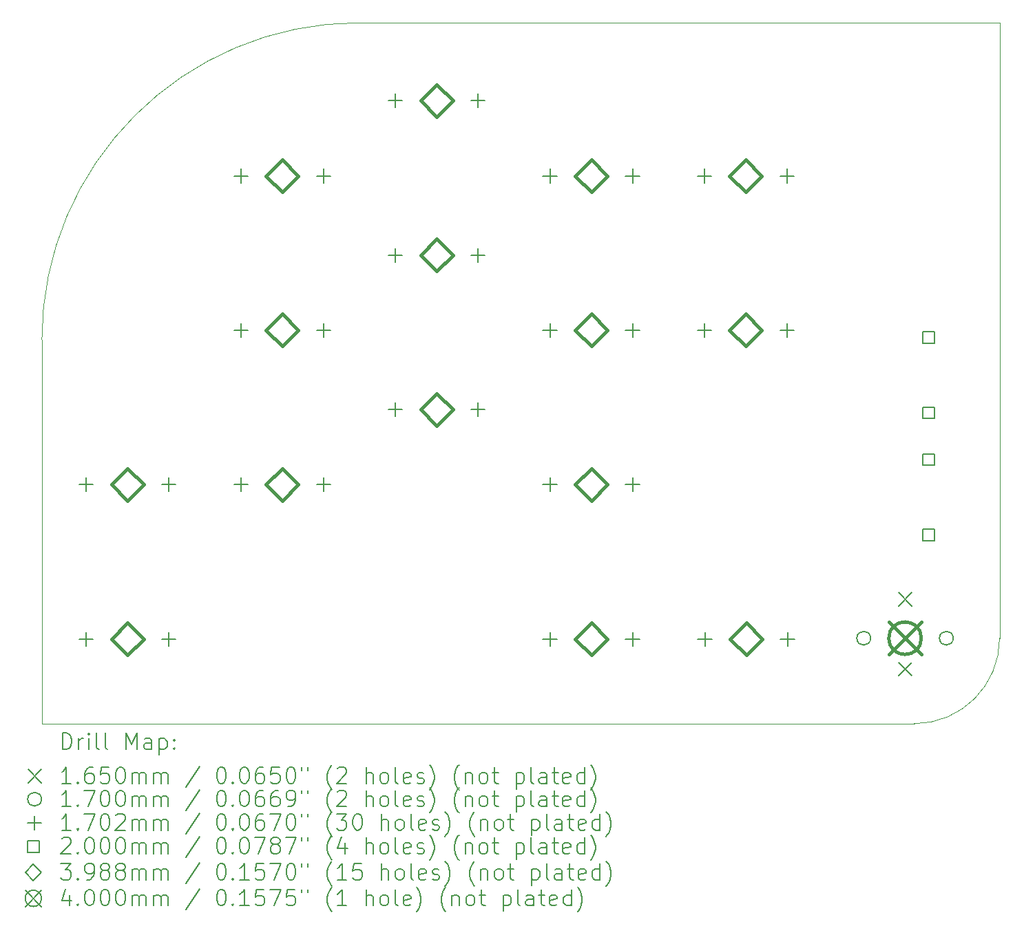
<source format=gbr>
%TF.GenerationSoftware,KiCad,Pcbnew,(6.0.8)*%
%TF.CreationDate,2023-05-18T22:36:22+10:00*%
%TF.ProjectId,shingleback,7368696e-676c-4656-9261-636b2e6b6963,rev?*%
%TF.SameCoordinates,Original*%
%TF.FileFunction,Drillmap*%
%TF.FilePolarity,Positive*%
%FSLAX45Y45*%
G04 Gerber Fmt 4.5, Leading zero omitted, Abs format (unit mm)*
G04 Created by KiCad (PCBNEW (6.0.8)) date 2023-05-18 22:36:22*
%MOMM*%
%LPD*%
G01*
G04 APERTURE LIST*
%ADD10C,0.100000*%
%ADD11C,0.200000*%
%ADD12C,0.165000*%
%ADD13C,0.170000*%
%ADD14C,0.170180*%
%ADD15C,0.398780*%
%ADD16C,0.400000*%
G04 APERTURE END LIST*
D10*
X17975000Y-11050000D02*
G75*
G03*
X19025000Y-10000000I0J1050000D01*
G01*
X7250000Y-11050000D02*
X17975000Y-11050000D01*
X19025000Y-2425000D02*
X11150000Y-2425000D01*
X7250000Y-6325000D02*
X7250000Y-11050000D01*
X19025000Y-10000000D02*
X19025000Y-2425000D01*
X11150000Y-2425000D02*
G75*
G03*
X7250000Y-6325000I0J-3900000D01*
G01*
D11*
D12*
X17779841Y-9437500D02*
X17944841Y-9602500D01*
X17944841Y-9437500D02*
X17779841Y-9602500D01*
X17779841Y-10297500D02*
X17944841Y-10462500D01*
X17944841Y-10297500D02*
X17779841Y-10462500D01*
D13*
X17439341Y-9998000D02*
G75*
G03*
X17439341Y-9998000I-85000J0D01*
G01*
X18455341Y-9998000D02*
G75*
G03*
X18455341Y-9998000I-85000J0D01*
G01*
D14*
X7796000Y-8022910D02*
X7796000Y-8193090D01*
X7710910Y-8108000D02*
X7881090Y-8108000D01*
X7796000Y-9922910D02*
X7796000Y-10093090D01*
X7710910Y-10008000D02*
X7881090Y-10008000D01*
X8812000Y-8022910D02*
X8812000Y-8193090D01*
X8726910Y-8108000D02*
X8897090Y-8108000D01*
X8812000Y-9922910D02*
X8812000Y-10093090D01*
X8726910Y-10008000D02*
X8897090Y-10008000D01*
X9696000Y-4222910D02*
X9696000Y-4393090D01*
X9610910Y-4308000D02*
X9781090Y-4308000D01*
X9696000Y-6122910D02*
X9696000Y-6293090D01*
X9610910Y-6208000D02*
X9781090Y-6208000D01*
X9696000Y-8022910D02*
X9696000Y-8193090D01*
X9610910Y-8108000D02*
X9781090Y-8108000D01*
X10712000Y-4222910D02*
X10712000Y-4393090D01*
X10626910Y-4308000D02*
X10797090Y-4308000D01*
X10712000Y-6122910D02*
X10712000Y-6293090D01*
X10626910Y-6208000D02*
X10797090Y-6208000D01*
X10712000Y-8022910D02*
X10712000Y-8193090D01*
X10626910Y-8108000D02*
X10797090Y-8108000D01*
X11596000Y-3297910D02*
X11596000Y-3468090D01*
X11510910Y-3383000D02*
X11681090Y-3383000D01*
X11596000Y-5197910D02*
X11596000Y-5368090D01*
X11510910Y-5283000D02*
X11681090Y-5283000D01*
X11596000Y-7097910D02*
X11596000Y-7268090D01*
X11510910Y-7183000D02*
X11681090Y-7183000D01*
X12612000Y-3297910D02*
X12612000Y-3468090D01*
X12526910Y-3383000D02*
X12697090Y-3383000D01*
X12612000Y-5197910D02*
X12612000Y-5368090D01*
X12526910Y-5283000D02*
X12697090Y-5283000D01*
X12612000Y-7097910D02*
X12612000Y-7268090D01*
X12526910Y-7183000D02*
X12697090Y-7183000D01*
X13496000Y-4222910D02*
X13496000Y-4393090D01*
X13410910Y-4308000D02*
X13581090Y-4308000D01*
X13496000Y-6122910D02*
X13496000Y-6293090D01*
X13410910Y-6208000D02*
X13581090Y-6208000D01*
X13496000Y-8022910D02*
X13496000Y-8193090D01*
X13410910Y-8108000D02*
X13581090Y-8108000D01*
X13496000Y-9922910D02*
X13496000Y-10093090D01*
X13410910Y-10008000D02*
X13581090Y-10008000D01*
X14512000Y-4222910D02*
X14512000Y-4393090D01*
X14426910Y-4308000D02*
X14597090Y-4308000D01*
X14512000Y-6122910D02*
X14512000Y-6293090D01*
X14426910Y-6208000D02*
X14597090Y-6208000D01*
X14512000Y-8022910D02*
X14512000Y-8193090D01*
X14426910Y-8108000D02*
X14597090Y-8108000D01*
X14512000Y-9922910D02*
X14512000Y-10093090D01*
X14426910Y-10008000D02*
X14597090Y-10008000D01*
X15396000Y-4222910D02*
X15396000Y-4393090D01*
X15310910Y-4308000D02*
X15481090Y-4308000D01*
X15396000Y-6122910D02*
X15396000Y-6293090D01*
X15310910Y-6208000D02*
X15481090Y-6208000D01*
X15401000Y-9921882D02*
X15401000Y-10092062D01*
X15315910Y-10006972D02*
X15486090Y-10006972D01*
X16412000Y-4222910D02*
X16412000Y-4393090D01*
X16326910Y-4308000D02*
X16497090Y-4308000D01*
X16412000Y-6122910D02*
X16412000Y-6293090D01*
X16326910Y-6208000D02*
X16497090Y-6208000D01*
X16417000Y-9921882D02*
X16417000Y-10092062D01*
X16331910Y-10006972D02*
X16502090Y-10006972D01*
D11*
X18220711Y-6370711D02*
X18220711Y-6229289D01*
X18079289Y-6229289D01*
X18079289Y-6370711D01*
X18220711Y-6370711D01*
X18220711Y-7295711D02*
X18220711Y-7154289D01*
X18079289Y-7154289D01*
X18079289Y-7295711D01*
X18220711Y-7295711D01*
X18220711Y-7870711D02*
X18220711Y-7729289D01*
X18079289Y-7729289D01*
X18079289Y-7870711D01*
X18220711Y-7870711D01*
X18220711Y-8795711D02*
X18220711Y-8654289D01*
X18079289Y-8654289D01*
X18079289Y-8795711D01*
X18220711Y-8795711D01*
D15*
X8304000Y-8307390D02*
X8503390Y-8108000D01*
X8304000Y-7908610D01*
X8104610Y-8108000D01*
X8304000Y-8307390D01*
X8304000Y-10207390D02*
X8503390Y-10008000D01*
X8304000Y-9808610D01*
X8104610Y-10008000D01*
X8304000Y-10207390D01*
X10204000Y-4507390D02*
X10403390Y-4308000D01*
X10204000Y-4108610D01*
X10004610Y-4308000D01*
X10204000Y-4507390D01*
X10204000Y-6407390D02*
X10403390Y-6208000D01*
X10204000Y-6008610D01*
X10004610Y-6208000D01*
X10204000Y-6407390D01*
X10204000Y-8307390D02*
X10403390Y-8108000D01*
X10204000Y-7908610D01*
X10004610Y-8108000D01*
X10204000Y-8307390D01*
X12104000Y-3582390D02*
X12303390Y-3383000D01*
X12104000Y-3183610D01*
X11904610Y-3383000D01*
X12104000Y-3582390D01*
X12104000Y-5482390D02*
X12303390Y-5283000D01*
X12104000Y-5083610D01*
X11904610Y-5283000D01*
X12104000Y-5482390D01*
X12104000Y-7382390D02*
X12303390Y-7183000D01*
X12104000Y-6983610D01*
X11904610Y-7183000D01*
X12104000Y-7382390D01*
X14004000Y-4507390D02*
X14203390Y-4308000D01*
X14004000Y-4108610D01*
X13804610Y-4308000D01*
X14004000Y-4507390D01*
X14004000Y-6407390D02*
X14203390Y-6208000D01*
X14004000Y-6008610D01*
X13804610Y-6208000D01*
X14004000Y-6407390D01*
X14004000Y-8307390D02*
X14203390Y-8108000D01*
X14004000Y-7908610D01*
X13804610Y-8108000D01*
X14004000Y-8307390D01*
X14004000Y-10207390D02*
X14203390Y-10008000D01*
X14004000Y-9808610D01*
X13804610Y-10008000D01*
X14004000Y-10207390D01*
X15904000Y-4507390D02*
X16103390Y-4308000D01*
X15904000Y-4108610D01*
X15704610Y-4308000D01*
X15904000Y-4507390D01*
X15904000Y-6407390D02*
X16103390Y-6208000D01*
X15904000Y-6008610D01*
X15704610Y-6208000D01*
X15904000Y-6407390D01*
X15909000Y-10206362D02*
X16108390Y-10006972D01*
X15909000Y-9807582D01*
X15709610Y-10006972D01*
X15909000Y-10206362D01*
D16*
X17662341Y-9798000D02*
X18062341Y-10198000D01*
X18062341Y-9798000D02*
X17662341Y-10198000D01*
X18062341Y-9998000D02*
G75*
G03*
X18062341Y-9998000I-200000J0D01*
G01*
D11*
X7502619Y-11365476D02*
X7502619Y-11165476D01*
X7550238Y-11165476D01*
X7578809Y-11175000D01*
X7597857Y-11194048D01*
X7607381Y-11213095D01*
X7616905Y-11251190D01*
X7616905Y-11279762D01*
X7607381Y-11317857D01*
X7597857Y-11336905D01*
X7578809Y-11355952D01*
X7550238Y-11365476D01*
X7502619Y-11365476D01*
X7702619Y-11365476D02*
X7702619Y-11232143D01*
X7702619Y-11270238D02*
X7712143Y-11251190D01*
X7721667Y-11241667D01*
X7740714Y-11232143D01*
X7759762Y-11232143D01*
X7826428Y-11365476D02*
X7826428Y-11232143D01*
X7826428Y-11165476D02*
X7816905Y-11175000D01*
X7826428Y-11184524D01*
X7835952Y-11175000D01*
X7826428Y-11165476D01*
X7826428Y-11184524D01*
X7950238Y-11365476D02*
X7931190Y-11355952D01*
X7921667Y-11336905D01*
X7921667Y-11165476D01*
X8055000Y-11365476D02*
X8035952Y-11355952D01*
X8026428Y-11336905D01*
X8026428Y-11165476D01*
X8283571Y-11365476D02*
X8283571Y-11165476D01*
X8350238Y-11308333D01*
X8416905Y-11165476D01*
X8416905Y-11365476D01*
X8597857Y-11365476D02*
X8597857Y-11260714D01*
X8588333Y-11241667D01*
X8569286Y-11232143D01*
X8531190Y-11232143D01*
X8512143Y-11241667D01*
X8597857Y-11355952D02*
X8578810Y-11365476D01*
X8531190Y-11365476D01*
X8512143Y-11355952D01*
X8502619Y-11336905D01*
X8502619Y-11317857D01*
X8512143Y-11298809D01*
X8531190Y-11289286D01*
X8578810Y-11289286D01*
X8597857Y-11279762D01*
X8693095Y-11232143D02*
X8693095Y-11432143D01*
X8693095Y-11241667D02*
X8712143Y-11232143D01*
X8750238Y-11232143D01*
X8769286Y-11241667D01*
X8778810Y-11251190D01*
X8788333Y-11270238D01*
X8788333Y-11327381D01*
X8778810Y-11346428D01*
X8769286Y-11355952D01*
X8750238Y-11365476D01*
X8712143Y-11365476D01*
X8693095Y-11355952D01*
X8874048Y-11346428D02*
X8883571Y-11355952D01*
X8874048Y-11365476D01*
X8864524Y-11355952D01*
X8874048Y-11346428D01*
X8874048Y-11365476D01*
X8874048Y-11241667D02*
X8883571Y-11251190D01*
X8874048Y-11260714D01*
X8864524Y-11251190D01*
X8874048Y-11241667D01*
X8874048Y-11260714D01*
D12*
X7080000Y-11612500D02*
X7245000Y-11777500D01*
X7245000Y-11612500D02*
X7080000Y-11777500D01*
D11*
X7607381Y-11785476D02*
X7493095Y-11785476D01*
X7550238Y-11785476D02*
X7550238Y-11585476D01*
X7531190Y-11614048D01*
X7512143Y-11633095D01*
X7493095Y-11642619D01*
X7693095Y-11766428D02*
X7702619Y-11775952D01*
X7693095Y-11785476D01*
X7683571Y-11775952D01*
X7693095Y-11766428D01*
X7693095Y-11785476D01*
X7874048Y-11585476D02*
X7835952Y-11585476D01*
X7816905Y-11595000D01*
X7807381Y-11604524D01*
X7788333Y-11633095D01*
X7778809Y-11671190D01*
X7778809Y-11747381D01*
X7788333Y-11766428D01*
X7797857Y-11775952D01*
X7816905Y-11785476D01*
X7855000Y-11785476D01*
X7874048Y-11775952D01*
X7883571Y-11766428D01*
X7893095Y-11747381D01*
X7893095Y-11699762D01*
X7883571Y-11680714D01*
X7874048Y-11671190D01*
X7855000Y-11661667D01*
X7816905Y-11661667D01*
X7797857Y-11671190D01*
X7788333Y-11680714D01*
X7778809Y-11699762D01*
X8074048Y-11585476D02*
X7978809Y-11585476D01*
X7969286Y-11680714D01*
X7978809Y-11671190D01*
X7997857Y-11661667D01*
X8045476Y-11661667D01*
X8064524Y-11671190D01*
X8074048Y-11680714D01*
X8083571Y-11699762D01*
X8083571Y-11747381D01*
X8074048Y-11766428D01*
X8064524Y-11775952D01*
X8045476Y-11785476D01*
X7997857Y-11785476D01*
X7978809Y-11775952D01*
X7969286Y-11766428D01*
X8207381Y-11585476D02*
X8226428Y-11585476D01*
X8245476Y-11595000D01*
X8255000Y-11604524D01*
X8264524Y-11623571D01*
X8274048Y-11661667D01*
X8274048Y-11709286D01*
X8264524Y-11747381D01*
X8255000Y-11766428D01*
X8245476Y-11775952D01*
X8226428Y-11785476D01*
X8207381Y-11785476D01*
X8188333Y-11775952D01*
X8178809Y-11766428D01*
X8169286Y-11747381D01*
X8159762Y-11709286D01*
X8159762Y-11661667D01*
X8169286Y-11623571D01*
X8178809Y-11604524D01*
X8188333Y-11595000D01*
X8207381Y-11585476D01*
X8359762Y-11785476D02*
X8359762Y-11652143D01*
X8359762Y-11671190D02*
X8369286Y-11661667D01*
X8388333Y-11652143D01*
X8416905Y-11652143D01*
X8435952Y-11661667D01*
X8445476Y-11680714D01*
X8445476Y-11785476D01*
X8445476Y-11680714D02*
X8455000Y-11661667D01*
X8474048Y-11652143D01*
X8502619Y-11652143D01*
X8521667Y-11661667D01*
X8531190Y-11680714D01*
X8531190Y-11785476D01*
X8626429Y-11785476D02*
X8626429Y-11652143D01*
X8626429Y-11671190D02*
X8635952Y-11661667D01*
X8655000Y-11652143D01*
X8683571Y-11652143D01*
X8702619Y-11661667D01*
X8712143Y-11680714D01*
X8712143Y-11785476D01*
X8712143Y-11680714D02*
X8721667Y-11661667D01*
X8740714Y-11652143D01*
X8769286Y-11652143D01*
X8788333Y-11661667D01*
X8797857Y-11680714D01*
X8797857Y-11785476D01*
X9188333Y-11575952D02*
X9016905Y-11833095D01*
X9445476Y-11585476D02*
X9464524Y-11585476D01*
X9483571Y-11595000D01*
X9493095Y-11604524D01*
X9502619Y-11623571D01*
X9512143Y-11661667D01*
X9512143Y-11709286D01*
X9502619Y-11747381D01*
X9493095Y-11766428D01*
X9483571Y-11775952D01*
X9464524Y-11785476D01*
X9445476Y-11785476D01*
X9426429Y-11775952D01*
X9416905Y-11766428D01*
X9407381Y-11747381D01*
X9397857Y-11709286D01*
X9397857Y-11661667D01*
X9407381Y-11623571D01*
X9416905Y-11604524D01*
X9426429Y-11595000D01*
X9445476Y-11585476D01*
X9597857Y-11766428D02*
X9607381Y-11775952D01*
X9597857Y-11785476D01*
X9588333Y-11775952D01*
X9597857Y-11766428D01*
X9597857Y-11785476D01*
X9731190Y-11585476D02*
X9750238Y-11585476D01*
X9769286Y-11595000D01*
X9778810Y-11604524D01*
X9788333Y-11623571D01*
X9797857Y-11661667D01*
X9797857Y-11709286D01*
X9788333Y-11747381D01*
X9778810Y-11766428D01*
X9769286Y-11775952D01*
X9750238Y-11785476D01*
X9731190Y-11785476D01*
X9712143Y-11775952D01*
X9702619Y-11766428D01*
X9693095Y-11747381D01*
X9683571Y-11709286D01*
X9683571Y-11661667D01*
X9693095Y-11623571D01*
X9702619Y-11604524D01*
X9712143Y-11595000D01*
X9731190Y-11585476D01*
X9969286Y-11585476D02*
X9931190Y-11585476D01*
X9912143Y-11595000D01*
X9902619Y-11604524D01*
X9883571Y-11633095D01*
X9874048Y-11671190D01*
X9874048Y-11747381D01*
X9883571Y-11766428D01*
X9893095Y-11775952D01*
X9912143Y-11785476D01*
X9950238Y-11785476D01*
X9969286Y-11775952D01*
X9978810Y-11766428D01*
X9988333Y-11747381D01*
X9988333Y-11699762D01*
X9978810Y-11680714D01*
X9969286Y-11671190D01*
X9950238Y-11661667D01*
X9912143Y-11661667D01*
X9893095Y-11671190D01*
X9883571Y-11680714D01*
X9874048Y-11699762D01*
X10169286Y-11585476D02*
X10074048Y-11585476D01*
X10064524Y-11680714D01*
X10074048Y-11671190D01*
X10093095Y-11661667D01*
X10140714Y-11661667D01*
X10159762Y-11671190D01*
X10169286Y-11680714D01*
X10178810Y-11699762D01*
X10178810Y-11747381D01*
X10169286Y-11766428D01*
X10159762Y-11775952D01*
X10140714Y-11785476D01*
X10093095Y-11785476D01*
X10074048Y-11775952D01*
X10064524Y-11766428D01*
X10302619Y-11585476D02*
X10321667Y-11585476D01*
X10340714Y-11595000D01*
X10350238Y-11604524D01*
X10359762Y-11623571D01*
X10369286Y-11661667D01*
X10369286Y-11709286D01*
X10359762Y-11747381D01*
X10350238Y-11766428D01*
X10340714Y-11775952D01*
X10321667Y-11785476D01*
X10302619Y-11785476D01*
X10283571Y-11775952D01*
X10274048Y-11766428D01*
X10264524Y-11747381D01*
X10255000Y-11709286D01*
X10255000Y-11661667D01*
X10264524Y-11623571D01*
X10274048Y-11604524D01*
X10283571Y-11595000D01*
X10302619Y-11585476D01*
X10445476Y-11585476D02*
X10445476Y-11623571D01*
X10521667Y-11585476D02*
X10521667Y-11623571D01*
X10816905Y-11861667D02*
X10807381Y-11852143D01*
X10788333Y-11823571D01*
X10778810Y-11804524D01*
X10769286Y-11775952D01*
X10759762Y-11728333D01*
X10759762Y-11690238D01*
X10769286Y-11642619D01*
X10778810Y-11614048D01*
X10788333Y-11595000D01*
X10807381Y-11566428D01*
X10816905Y-11556905D01*
X10883571Y-11604524D02*
X10893095Y-11595000D01*
X10912143Y-11585476D01*
X10959762Y-11585476D01*
X10978810Y-11595000D01*
X10988333Y-11604524D01*
X10997857Y-11623571D01*
X10997857Y-11642619D01*
X10988333Y-11671190D01*
X10874048Y-11785476D01*
X10997857Y-11785476D01*
X11235952Y-11785476D02*
X11235952Y-11585476D01*
X11321667Y-11785476D02*
X11321667Y-11680714D01*
X11312143Y-11661667D01*
X11293095Y-11652143D01*
X11264524Y-11652143D01*
X11245476Y-11661667D01*
X11235952Y-11671190D01*
X11445476Y-11785476D02*
X11426428Y-11775952D01*
X11416905Y-11766428D01*
X11407381Y-11747381D01*
X11407381Y-11690238D01*
X11416905Y-11671190D01*
X11426428Y-11661667D01*
X11445476Y-11652143D01*
X11474048Y-11652143D01*
X11493095Y-11661667D01*
X11502619Y-11671190D01*
X11512143Y-11690238D01*
X11512143Y-11747381D01*
X11502619Y-11766428D01*
X11493095Y-11775952D01*
X11474048Y-11785476D01*
X11445476Y-11785476D01*
X11626428Y-11785476D02*
X11607381Y-11775952D01*
X11597857Y-11756905D01*
X11597857Y-11585476D01*
X11778809Y-11775952D02*
X11759762Y-11785476D01*
X11721667Y-11785476D01*
X11702619Y-11775952D01*
X11693095Y-11756905D01*
X11693095Y-11680714D01*
X11702619Y-11661667D01*
X11721667Y-11652143D01*
X11759762Y-11652143D01*
X11778809Y-11661667D01*
X11788333Y-11680714D01*
X11788333Y-11699762D01*
X11693095Y-11718809D01*
X11864524Y-11775952D02*
X11883571Y-11785476D01*
X11921667Y-11785476D01*
X11940714Y-11775952D01*
X11950238Y-11756905D01*
X11950238Y-11747381D01*
X11940714Y-11728333D01*
X11921667Y-11718809D01*
X11893095Y-11718809D01*
X11874048Y-11709286D01*
X11864524Y-11690238D01*
X11864524Y-11680714D01*
X11874048Y-11661667D01*
X11893095Y-11652143D01*
X11921667Y-11652143D01*
X11940714Y-11661667D01*
X12016905Y-11861667D02*
X12026428Y-11852143D01*
X12045476Y-11823571D01*
X12055000Y-11804524D01*
X12064524Y-11775952D01*
X12074048Y-11728333D01*
X12074048Y-11690238D01*
X12064524Y-11642619D01*
X12055000Y-11614048D01*
X12045476Y-11595000D01*
X12026428Y-11566428D01*
X12016905Y-11556905D01*
X12378809Y-11861667D02*
X12369286Y-11852143D01*
X12350238Y-11823571D01*
X12340714Y-11804524D01*
X12331190Y-11775952D01*
X12321667Y-11728333D01*
X12321667Y-11690238D01*
X12331190Y-11642619D01*
X12340714Y-11614048D01*
X12350238Y-11595000D01*
X12369286Y-11566428D01*
X12378809Y-11556905D01*
X12455000Y-11652143D02*
X12455000Y-11785476D01*
X12455000Y-11671190D02*
X12464524Y-11661667D01*
X12483571Y-11652143D01*
X12512143Y-11652143D01*
X12531190Y-11661667D01*
X12540714Y-11680714D01*
X12540714Y-11785476D01*
X12664524Y-11785476D02*
X12645476Y-11775952D01*
X12635952Y-11766428D01*
X12626428Y-11747381D01*
X12626428Y-11690238D01*
X12635952Y-11671190D01*
X12645476Y-11661667D01*
X12664524Y-11652143D01*
X12693095Y-11652143D01*
X12712143Y-11661667D01*
X12721667Y-11671190D01*
X12731190Y-11690238D01*
X12731190Y-11747381D01*
X12721667Y-11766428D01*
X12712143Y-11775952D01*
X12693095Y-11785476D01*
X12664524Y-11785476D01*
X12788333Y-11652143D02*
X12864524Y-11652143D01*
X12816905Y-11585476D02*
X12816905Y-11756905D01*
X12826428Y-11775952D01*
X12845476Y-11785476D01*
X12864524Y-11785476D01*
X13083571Y-11652143D02*
X13083571Y-11852143D01*
X13083571Y-11661667D02*
X13102619Y-11652143D01*
X13140714Y-11652143D01*
X13159762Y-11661667D01*
X13169286Y-11671190D01*
X13178809Y-11690238D01*
X13178809Y-11747381D01*
X13169286Y-11766428D01*
X13159762Y-11775952D01*
X13140714Y-11785476D01*
X13102619Y-11785476D01*
X13083571Y-11775952D01*
X13293095Y-11785476D02*
X13274048Y-11775952D01*
X13264524Y-11756905D01*
X13264524Y-11585476D01*
X13455000Y-11785476D02*
X13455000Y-11680714D01*
X13445476Y-11661667D01*
X13426428Y-11652143D01*
X13388333Y-11652143D01*
X13369286Y-11661667D01*
X13455000Y-11775952D02*
X13435952Y-11785476D01*
X13388333Y-11785476D01*
X13369286Y-11775952D01*
X13359762Y-11756905D01*
X13359762Y-11737857D01*
X13369286Y-11718809D01*
X13388333Y-11709286D01*
X13435952Y-11709286D01*
X13455000Y-11699762D01*
X13521667Y-11652143D02*
X13597857Y-11652143D01*
X13550238Y-11585476D02*
X13550238Y-11756905D01*
X13559762Y-11775952D01*
X13578809Y-11785476D01*
X13597857Y-11785476D01*
X13740714Y-11775952D02*
X13721667Y-11785476D01*
X13683571Y-11785476D01*
X13664524Y-11775952D01*
X13655000Y-11756905D01*
X13655000Y-11680714D01*
X13664524Y-11661667D01*
X13683571Y-11652143D01*
X13721667Y-11652143D01*
X13740714Y-11661667D01*
X13750238Y-11680714D01*
X13750238Y-11699762D01*
X13655000Y-11718809D01*
X13921667Y-11785476D02*
X13921667Y-11585476D01*
X13921667Y-11775952D02*
X13902619Y-11785476D01*
X13864524Y-11785476D01*
X13845476Y-11775952D01*
X13835952Y-11766428D01*
X13826428Y-11747381D01*
X13826428Y-11690238D01*
X13835952Y-11671190D01*
X13845476Y-11661667D01*
X13864524Y-11652143D01*
X13902619Y-11652143D01*
X13921667Y-11661667D01*
X13997857Y-11861667D02*
X14007381Y-11852143D01*
X14026428Y-11823571D01*
X14035952Y-11804524D01*
X14045476Y-11775952D01*
X14055000Y-11728333D01*
X14055000Y-11690238D01*
X14045476Y-11642619D01*
X14035952Y-11614048D01*
X14026428Y-11595000D01*
X14007381Y-11566428D01*
X13997857Y-11556905D01*
D13*
X7245000Y-11980000D02*
G75*
G03*
X7245000Y-11980000I-85000J0D01*
G01*
D11*
X7607381Y-12070476D02*
X7493095Y-12070476D01*
X7550238Y-12070476D02*
X7550238Y-11870476D01*
X7531190Y-11899048D01*
X7512143Y-11918095D01*
X7493095Y-11927619D01*
X7693095Y-12051428D02*
X7702619Y-12060952D01*
X7693095Y-12070476D01*
X7683571Y-12060952D01*
X7693095Y-12051428D01*
X7693095Y-12070476D01*
X7769286Y-11870476D02*
X7902619Y-11870476D01*
X7816905Y-12070476D01*
X8016905Y-11870476D02*
X8035952Y-11870476D01*
X8055000Y-11880000D01*
X8064524Y-11889524D01*
X8074048Y-11908571D01*
X8083571Y-11946667D01*
X8083571Y-11994286D01*
X8074048Y-12032381D01*
X8064524Y-12051428D01*
X8055000Y-12060952D01*
X8035952Y-12070476D01*
X8016905Y-12070476D01*
X7997857Y-12060952D01*
X7988333Y-12051428D01*
X7978809Y-12032381D01*
X7969286Y-11994286D01*
X7969286Y-11946667D01*
X7978809Y-11908571D01*
X7988333Y-11889524D01*
X7997857Y-11880000D01*
X8016905Y-11870476D01*
X8207381Y-11870476D02*
X8226428Y-11870476D01*
X8245476Y-11880000D01*
X8255000Y-11889524D01*
X8264524Y-11908571D01*
X8274048Y-11946667D01*
X8274048Y-11994286D01*
X8264524Y-12032381D01*
X8255000Y-12051428D01*
X8245476Y-12060952D01*
X8226428Y-12070476D01*
X8207381Y-12070476D01*
X8188333Y-12060952D01*
X8178809Y-12051428D01*
X8169286Y-12032381D01*
X8159762Y-11994286D01*
X8159762Y-11946667D01*
X8169286Y-11908571D01*
X8178809Y-11889524D01*
X8188333Y-11880000D01*
X8207381Y-11870476D01*
X8359762Y-12070476D02*
X8359762Y-11937143D01*
X8359762Y-11956190D02*
X8369286Y-11946667D01*
X8388333Y-11937143D01*
X8416905Y-11937143D01*
X8435952Y-11946667D01*
X8445476Y-11965714D01*
X8445476Y-12070476D01*
X8445476Y-11965714D02*
X8455000Y-11946667D01*
X8474048Y-11937143D01*
X8502619Y-11937143D01*
X8521667Y-11946667D01*
X8531190Y-11965714D01*
X8531190Y-12070476D01*
X8626429Y-12070476D02*
X8626429Y-11937143D01*
X8626429Y-11956190D02*
X8635952Y-11946667D01*
X8655000Y-11937143D01*
X8683571Y-11937143D01*
X8702619Y-11946667D01*
X8712143Y-11965714D01*
X8712143Y-12070476D01*
X8712143Y-11965714D02*
X8721667Y-11946667D01*
X8740714Y-11937143D01*
X8769286Y-11937143D01*
X8788333Y-11946667D01*
X8797857Y-11965714D01*
X8797857Y-12070476D01*
X9188333Y-11860952D02*
X9016905Y-12118095D01*
X9445476Y-11870476D02*
X9464524Y-11870476D01*
X9483571Y-11880000D01*
X9493095Y-11889524D01*
X9502619Y-11908571D01*
X9512143Y-11946667D01*
X9512143Y-11994286D01*
X9502619Y-12032381D01*
X9493095Y-12051428D01*
X9483571Y-12060952D01*
X9464524Y-12070476D01*
X9445476Y-12070476D01*
X9426429Y-12060952D01*
X9416905Y-12051428D01*
X9407381Y-12032381D01*
X9397857Y-11994286D01*
X9397857Y-11946667D01*
X9407381Y-11908571D01*
X9416905Y-11889524D01*
X9426429Y-11880000D01*
X9445476Y-11870476D01*
X9597857Y-12051428D02*
X9607381Y-12060952D01*
X9597857Y-12070476D01*
X9588333Y-12060952D01*
X9597857Y-12051428D01*
X9597857Y-12070476D01*
X9731190Y-11870476D02*
X9750238Y-11870476D01*
X9769286Y-11880000D01*
X9778810Y-11889524D01*
X9788333Y-11908571D01*
X9797857Y-11946667D01*
X9797857Y-11994286D01*
X9788333Y-12032381D01*
X9778810Y-12051428D01*
X9769286Y-12060952D01*
X9750238Y-12070476D01*
X9731190Y-12070476D01*
X9712143Y-12060952D01*
X9702619Y-12051428D01*
X9693095Y-12032381D01*
X9683571Y-11994286D01*
X9683571Y-11946667D01*
X9693095Y-11908571D01*
X9702619Y-11889524D01*
X9712143Y-11880000D01*
X9731190Y-11870476D01*
X9969286Y-11870476D02*
X9931190Y-11870476D01*
X9912143Y-11880000D01*
X9902619Y-11889524D01*
X9883571Y-11918095D01*
X9874048Y-11956190D01*
X9874048Y-12032381D01*
X9883571Y-12051428D01*
X9893095Y-12060952D01*
X9912143Y-12070476D01*
X9950238Y-12070476D01*
X9969286Y-12060952D01*
X9978810Y-12051428D01*
X9988333Y-12032381D01*
X9988333Y-11984762D01*
X9978810Y-11965714D01*
X9969286Y-11956190D01*
X9950238Y-11946667D01*
X9912143Y-11946667D01*
X9893095Y-11956190D01*
X9883571Y-11965714D01*
X9874048Y-11984762D01*
X10159762Y-11870476D02*
X10121667Y-11870476D01*
X10102619Y-11880000D01*
X10093095Y-11889524D01*
X10074048Y-11918095D01*
X10064524Y-11956190D01*
X10064524Y-12032381D01*
X10074048Y-12051428D01*
X10083571Y-12060952D01*
X10102619Y-12070476D01*
X10140714Y-12070476D01*
X10159762Y-12060952D01*
X10169286Y-12051428D01*
X10178810Y-12032381D01*
X10178810Y-11984762D01*
X10169286Y-11965714D01*
X10159762Y-11956190D01*
X10140714Y-11946667D01*
X10102619Y-11946667D01*
X10083571Y-11956190D01*
X10074048Y-11965714D01*
X10064524Y-11984762D01*
X10274048Y-12070476D02*
X10312143Y-12070476D01*
X10331190Y-12060952D01*
X10340714Y-12051428D01*
X10359762Y-12022857D01*
X10369286Y-11984762D01*
X10369286Y-11908571D01*
X10359762Y-11889524D01*
X10350238Y-11880000D01*
X10331190Y-11870476D01*
X10293095Y-11870476D01*
X10274048Y-11880000D01*
X10264524Y-11889524D01*
X10255000Y-11908571D01*
X10255000Y-11956190D01*
X10264524Y-11975238D01*
X10274048Y-11984762D01*
X10293095Y-11994286D01*
X10331190Y-11994286D01*
X10350238Y-11984762D01*
X10359762Y-11975238D01*
X10369286Y-11956190D01*
X10445476Y-11870476D02*
X10445476Y-11908571D01*
X10521667Y-11870476D02*
X10521667Y-11908571D01*
X10816905Y-12146667D02*
X10807381Y-12137143D01*
X10788333Y-12108571D01*
X10778810Y-12089524D01*
X10769286Y-12060952D01*
X10759762Y-12013333D01*
X10759762Y-11975238D01*
X10769286Y-11927619D01*
X10778810Y-11899048D01*
X10788333Y-11880000D01*
X10807381Y-11851428D01*
X10816905Y-11841905D01*
X10883571Y-11889524D02*
X10893095Y-11880000D01*
X10912143Y-11870476D01*
X10959762Y-11870476D01*
X10978810Y-11880000D01*
X10988333Y-11889524D01*
X10997857Y-11908571D01*
X10997857Y-11927619D01*
X10988333Y-11956190D01*
X10874048Y-12070476D01*
X10997857Y-12070476D01*
X11235952Y-12070476D02*
X11235952Y-11870476D01*
X11321667Y-12070476D02*
X11321667Y-11965714D01*
X11312143Y-11946667D01*
X11293095Y-11937143D01*
X11264524Y-11937143D01*
X11245476Y-11946667D01*
X11235952Y-11956190D01*
X11445476Y-12070476D02*
X11426428Y-12060952D01*
X11416905Y-12051428D01*
X11407381Y-12032381D01*
X11407381Y-11975238D01*
X11416905Y-11956190D01*
X11426428Y-11946667D01*
X11445476Y-11937143D01*
X11474048Y-11937143D01*
X11493095Y-11946667D01*
X11502619Y-11956190D01*
X11512143Y-11975238D01*
X11512143Y-12032381D01*
X11502619Y-12051428D01*
X11493095Y-12060952D01*
X11474048Y-12070476D01*
X11445476Y-12070476D01*
X11626428Y-12070476D02*
X11607381Y-12060952D01*
X11597857Y-12041905D01*
X11597857Y-11870476D01*
X11778809Y-12060952D02*
X11759762Y-12070476D01*
X11721667Y-12070476D01*
X11702619Y-12060952D01*
X11693095Y-12041905D01*
X11693095Y-11965714D01*
X11702619Y-11946667D01*
X11721667Y-11937143D01*
X11759762Y-11937143D01*
X11778809Y-11946667D01*
X11788333Y-11965714D01*
X11788333Y-11984762D01*
X11693095Y-12003809D01*
X11864524Y-12060952D02*
X11883571Y-12070476D01*
X11921667Y-12070476D01*
X11940714Y-12060952D01*
X11950238Y-12041905D01*
X11950238Y-12032381D01*
X11940714Y-12013333D01*
X11921667Y-12003809D01*
X11893095Y-12003809D01*
X11874048Y-11994286D01*
X11864524Y-11975238D01*
X11864524Y-11965714D01*
X11874048Y-11946667D01*
X11893095Y-11937143D01*
X11921667Y-11937143D01*
X11940714Y-11946667D01*
X12016905Y-12146667D02*
X12026428Y-12137143D01*
X12045476Y-12108571D01*
X12055000Y-12089524D01*
X12064524Y-12060952D01*
X12074048Y-12013333D01*
X12074048Y-11975238D01*
X12064524Y-11927619D01*
X12055000Y-11899048D01*
X12045476Y-11880000D01*
X12026428Y-11851428D01*
X12016905Y-11841905D01*
X12378809Y-12146667D02*
X12369286Y-12137143D01*
X12350238Y-12108571D01*
X12340714Y-12089524D01*
X12331190Y-12060952D01*
X12321667Y-12013333D01*
X12321667Y-11975238D01*
X12331190Y-11927619D01*
X12340714Y-11899048D01*
X12350238Y-11880000D01*
X12369286Y-11851428D01*
X12378809Y-11841905D01*
X12455000Y-11937143D02*
X12455000Y-12070476D01*
X12455000Y-11956190D02*
X12464524Y-11946667D01*
X12483571Y-11937143D01*
X12512143Y-11937143D01*
X12531190Y-11946667D01*
X12540714Y-11965714D01*
X12540714Y-12070476D01*
X12664524Y-12070476D02*
X12645476Y-12060952D01*
X12635952Y-12051428D01*
X12626428Y-12032381D01*
X12626428Y-11975238D01*
X12635952Y-11956190D01*
X12645476Y-11946667D01*
X12664524Y-11937143D01*
X12693095Y-11937143D01*
X12712143Y-11946667D01*
X12721667Y-11956190D01*
X12731190Y-11975238D01*
X12731190Y-12032381D01*
X12721667Y-12051428D01*
X12712143Y-12060952D01*
X12693095Y-12070476D01*
X12664524Y-12070476D01*
X12788333Y-11937143D02*
X12864524Y-11937143D01*
X12816905Y-11870476D02*
X12816905Y-12041905D01*
X12826428Y-12060952D01*
X12845476Y-12070476D01*
X12864524Y-12070476D01*
X13083571Y-11937143D02*
X13083571Y-12137143D01*
X13083571Y-11946667D02*
X13102619Y-11937143D01*
X13140714Y-11937143D01*
X13159762Y-11946667D01*
X13169286Y-11956190D01*
X13178809Y-11975238D01*
X13178809Y-12032381D01*
X13169286Y-12051428D01*
X13159762Y-12060952D01*
X13140714Y-12070476D01*
X13102619Y-12070476D01*
X13083571Y-12060952D01*
X13293095Y-12070476D02*
X13274048Y-12060952D01*
X13264524Y-12041905D01*
X13264524Y-11870476D01*
X13455000Y-12070476D02*
X13455000Y-11965714D01*
X13445476Y-11946667D01*
X13426428Y-11937143D01*
X13388333Y-11937143D01*
X13369286Y-11946667D01*
X13455000Y-12060952D02*
X13435952Y-12070476D01*
X13388333Y-12070476D01*
X13369286Y-12060952D01*
X13359762Y-12041905D01*
X13359762Y-12022857D01*
X13369286Y-12003809D01*
X13388333Y-11994286D01*
X13435952Y-11994286D01*
X13455000Y-11984762D01*
X13521667Y-11937143D02*
X13597857Y-11937143D01*
X13550238Y-11870476D02*
X13550238Y-12041905D01*
X13559762Y-12060952D01*
X13578809Y-12070476D01*
X13597857Y-12070476D01*
X13740714Y-12060952D02*
X13721667Y-12070476D01*
X13683571Y-12070476D01*
X13664524Y-12060952D01*
X13655000Y-12041905D01*
X13655000Y-11965714D01*
X13664524Y-11946667D01*
X13683571Y-11937143D01*
X13721667Y-11937143D01*
X13740714Y-11946667D01*
X13750238Y-11965714D01*
X13750238Y-11984762D01*
X13655000Y-12003809D01*
X13921667Y-12070476D02*
X13921667Y-11870476D01*
X13921667Y-12060952D02*
X13902619Y-12070476D01*
X13864524Y-12070476D01*
X13845476Y-12060952D01*
X13835952Y-12051428D01*
X13826428Y-12032381D01*
X13826428Y-11975238D01*
X13835952Y-11956190D01*
X13845476Y-11946667D01*
X13864524Y-11937143D01*
X13902619Y-11937143D01*
X13921667Y-11946667D01*
X13997857Y-12146667D02*
X14007381Y-12137143D01*
X14026428Y-12108571D01*
X14035952Y-12089524D01*
X14045476Y-12060952D01*
X14055000Y-12013333D01*
X14055000Y-11975238D01*
X14045476Y-11927619D01*
X14035952Y-11899048D01*
X14026428Y-11880000D01*
X14007381Y-11851428D01*
X13997857Y-11841905D01*
D14*
X7159910Y-12184910D02*
X7159910Y-12355090D01*
X7074820Y-12270000D02*
X7245000Y-12270000D01*
D11*
X7607381Y-12360476D02*
X7493095Y-12360476D01*
X7550238Y-12360476D02*
X7550238Y-12160476D01*
X7531190Y-12189048D01*
X7512143Y-12208095D01*
X7493095Y-12217619D01*
X7693095Y-12341428D02*
X7702619Y-12350952D01*
X7693095Y-12360476D01*
X7683571Y-12350952D01*
X7693095Y-12341428D01*
X7693095Y-12360476D01*
X7769286Y-12160476D02*
X7902619Y-12160476D01*
X7816905Y-12360476D01*
X8016905Y-12160476D02*
X8035952Y-12160476D01*
X8055000Y-12170000D01*
X8064524Y-12179524D01*
X8074048Y-12198571D01*
X8083571Y-12236667D01*
X8083571Y-12284286D01*
X8074048Y-12322381D01*
X8064524Y-12341428D01*
X8055000Y-12350952D01*
X8035952Y-12360476D01*
X8016905Y-12360476D01*
X7997857Y-12350952D01*
X7988333Y-12341428D01*
X7978809Y-12322381D01*
X7969286Y-12284286D01*
X7969286Y-12236667D01*
X7978809Y-12198571D01*
X7988333Y-12179524D01*
X7997857Y-12170000D01*
X8016905Y-12160476D01*
X8159762Y-12179524D02*
X8169286Y-12170000D01*
X8188333Y-12160476D01*
X8235952Y-12160476D01*
X8255000Y-12170000D01*
X8264524Y-12179524D01*
X8274048Y-12198571D01*
X8274048Y-12217619D01*
X8264524Y-12246190D01*
X8150238Y-12360476D01*
X8274048Y-12360476D01*
X8359762Y-12360476D02*
X8359762Y-12227143D01*
X8359762Y-12246190D02*
X8369286Y-12236667D01*
X8388333Y-12227143D01*
X8416905Y-12227143D01*
X8435952Y-12236667D01*
X8445476Y-12255714D01*
X8445476Y-12360476D01*
X8445476Y-12255714D02*
X8455000Y-12236667D01*
X8474048Y-12227143D01*
X8502619Y-12227143D01*
X8521667Y-12236667D01*
X8531190Y-12255714D01*
X8531190Y-12360476D01*
X8626429Y-12360476D02*
X8626429Y-12227143D01*
X8626429Y-12246190D02*
X8635952Y-12236667D01*
X8655000Y-12227143D01*
X8683571Y-12227143D01*
X8702619Y-12236667D01*
X8712143Y-12255714D01*
X8712143Y-12360476D01*
X8712143Y-12255714D02*
X8721667Y-12236667D01*
X8740714Y-12227143D01*
X8769286Y-12227143D01*
X8788333Y-12236667D01*
X8797857Y-12255714D01*
X8797857Y-12360476D01*
X9188333Y-12150952D02*
X9016905Y-12408095D01*
X9445476Y-12160476D02*
X9464524Y-12160476D01*
X9483571Y-12170000D01*
X9493095Y-12179524D01*
X9502619Y-12198571D01*
X9512143Y-12236667D01*
X9512143Y-12284286D01*
X9502619Y-12322381D01*
X9493095Y-12341428D01*
X9483571Y-12350952D01*
X9464524Y-12360476D01*
X9445476Y-12360476D01*
X9426429Y-12350952D01*
X9416905Y-12341428D01*
X9407381Y-12322381D01*
X9397857Y-12284286D01*
X9397857Y-12236667D01*
X9407381Y-12198571D01*
X9416905Y-12179524D01*
X9426429Y-12170000D01*
X9445476Y-12160476D01*
X9597857Y-12341428D02*
X9607381Y-12350952D01*
X9597857Y-12360476D01*
X9588333Y-12350952D01*
X9597857Y-12341428D01*
X9597857Y-12360476D01*
X9731190Y-12160476D02*
X9750238Y-12160476D01*
X9769286Y-12170000D01*
X9778810Y-12179524D01*
X9788333Y-12198571D01*
X9797857Y-12236667D01*
X9797857Y-12284286D01*
X9788333Y-12322381D01*
X9778810Y-12341428D01*
X9769286Y-12350952D01*
X9750238Y-12360476D01*
X9731190Y-12360476D01*
X9712143Y-12350952D01*
X9702619Y-12341428D01*
X9693095Y-12322381D01*
X9683571Y-12284286D01*
X9683571Y-12236667D01*
X9693095Y-12198571D01*
X9702619Y-12179524D01*
X9712143Y-12170000D01*
X9731190Y-12160476D01*
X9969286Y-12160476D02*
X9931190Y-12160476D01*
X9912143Y-12170000D01*
X9902619Y-12179524D01*
X9883571Y-12208095D01*
X9874048Y-12246190D01*
X9874048Y-12322381D01*
X9883571Y-12341428D01*
X9893095Y-12350952D01*
X9912143Y-12360476D01*
X9950238Y-12360476D01*
X9969286Y-12350952D01*
X9978810Y-12341428D01*
X9988333Y-12322381D01*
X9988333Y-12274762D01*
X9978810Y-12255714D01*
X9969286Y-12246190D01*
X9950238Y-12236667D01*
X9912143Y-12236667D01*
X9893095Y-12246190D01*
X9883571Y-12255714D01*
X9874048Y-12274762D01*
X10055000Y-12160476D02*
X10188333Y-12160476D01*
X10102619Y-12360476D01*
X10302619Y-12160476D02*
X10321667Y-12160476D01*
X10340714Y-12170000D01*
X10350238Y-12179524D01*
X10359762Y-12198571D01*
X10369286Y-12236667D01*
X10369286Y-12284286D01*
X10359762Y-12322381D01*
X10350238Y-12341428D01*
X10340714Y-12350952D01*
X10321667Y-12360476D01*
X10302619Y-12360476D01*
X10283571Y-12350952D01*
X10274048Y-12341428D01*
X10264524Y-12322381D01*
X10255000Y-12284286D01*
X10255000Y-12236667D01*
X10264524Y-12198571D01*
X10274048Y-12179524D01*
X10283571Y-12170000D01*
X10302619Y-12160476D01*
X10445476Y-12160476D02*
X10445476Y-12198571D01*
X10521667Y-12160476D02*
X10521667Y-12198571D01*
X10816905Y-12436667D02*
X10807381Y-12427143D01*
X10788333Y-12398571D01*
X10778810Y-12379524D01*
X10769286Y-12350952D01*
X10759762Y-12303333D01*
X10759762Y-12265238D01*
X10769286Y-12217619D01*
X10778810Y-12189048D01*
X10788333Y-12170000D01*
X10807381Y-12141428D01*
X10816905Y-12131905D01*
X10874048Y-12160476D02*
X10997857Y-12160476D01*
X10931190Y-12236667D01*
X10959762Y-12236667D01*
X10978810Y-12246190D01*
X10988333Y-12255714D01*
X10997857Y-12274762D01*
X10997857Y-12322381D01*
X10988333Y-12341428D01*
X10978810Y-12350952D01*
X10959762Y-12360476D01*
X10902619Y-12360476D01*
X10883571Y-12350952D01*
X10874048Y-12341428D01*
X11121667Y-12160476D02*
X11140714Y-12160476D01*
X11159762Y-12170000D01*
X11169286Y-12179524D01*
X11178810Y-12198571D01*
X11188333Y-12236667D01*
X11188333Y-12284286D01*
X11178810Y-12322381D01*
X11169286Y-12341428D01*
X11159762Y-12350952D01*
X11140714Y-12360476D01*
X11121667Y-12360476D01*
X11102619Y-12350952D01*
X11093095Y-12341428D01*
X11083571Y-12322381D01*
X11074048Y-12284286D01*
X11074048Y-12236667D01*
X11083571Y-12198571D01*
X11093095Y-12179524D01*
X11102619Y-12170000D01*
X11121667Y-12160476D01*
X11426428Y-12360476D02*
X11426428Y-12160476D01*
X11512143Y-12360476D02*
X11512143Y-12255714D01*
X11502619Y-12236667D01*
X11483571Y-12227143D01*
X11455000Y-12227143D01*
X11435952Y-12236667D01*
X11426428Y-12246190D01*
X11635952Y-12360476D02*
X11616905Y-12350952D01*
X11607381Y-12341428D01*
X11597857Y-12322381D01*
X11597857Y-12265238D01*
X11607381Y-12246190D01*
X11616905Y-12236667D01*
X11635952Y-12227143D01*
X11664524Y-12227143D01*
X11683571Y-12236667D01*
X11693095Y-12246190D01*
X11702619Y-12265238D01*
X11702619Y-12322381D01*
X11693095Y-12341428D01*
X11683571Y-12350952D01*
X11664524Y-12360476D01*
X11635952Y-12360476D01*
X11816905Y-12360476D02*
X11797857Y-12350952D01*
X11788333Y-12331905D01*
X11788333Y-12160476D01*
X11969286Y-12350952D02*
X11950238Y-12360476D01*
X11912143Y-12360476D01*
X11893095Y-12350952D01*
X11883571Y-12331905D01*
X11883571Y-12255714D01*
X11893095Y-12236667D01*
X11912143Y-12227143D01*
X11950238Y-12227143D01*
X11969286Y-12236667D01*
X11978809Y-12255714D01*
X11978809Y-12274762D01*
X11883571Y-12293809D01*
X12055000Y-12350952D02*
X12074048Y-12360476D01*
X12112143Y-12360476D01*
X12131190Y-12350952D01*
X12140714Y-12331905D01*
X12140714Y-12322381D01*
X12131190Y-12303333D01*
X12112143Y-12293809D01*
X12083571Y-12293809D01*
X12064524Y-12284286D01*
X12055000Y-12265238D01*
X12055000Y-12255714D01*
X12064524Y-12236667D01*
X12083571Y-12227143D01*
X12112143Y-12227143D01*
X12131190Y-12236667D01*
X12207381Y-12436667D02*
X12216905Y-12427143D01*
X12235952Y-12398571D01*
X12245476Y-12379524D01*
X12255000Y-12350952D01*
X12264524Y-12303333D01*
X12264524Y-12265238D01*
X12255000Y-12217619D01*
X12245476Y-12189048D01*
X12235952Y-12170000D01*
X12216905Y-12141428D01*
X12207381Y-12131905D01*
X12569286Y-12436667D02*
X12559762Y-12427143D01*
X12540714Y-12398571D01*
X12531190Y-12379524D01*
X12521667Y-12350952D01*
X12512143Y-12303333D01*
X12512143Y-12265238D01*
X12521667Y-12217619D01*
X12531190Y-12189048D01*
X12540714Y-12170000D01*
X12559762Y-12141428D01*
X12569286Y-12131905D01*
X12645476Y-12227143D02*
X12645476Y-12360476D01*
X12645476Y-12246190D02*
X12655000Y-12236667D01*
X12674048Y-12227143D01*
X12702619Y-12227143D01*
X12721667Y-12236667D01*
X12731190Y-12255714D01*
X12731190Y-12360476D01*
X12855000Y-12360476D02*
X12835952Y-12350952D01*
X12826428Y-12341428D01*
X12816905Y-12322381D01*
X12816905Y-12265238D01*
X12826428Y-12246190D01*
X12835952Y-12236667D01*
X12855000Y-12227143D01*
X12883571Y-12227143D01*
X12902619Y-12236667D01*
X12912143Y-12246190D01*
X12921667Y-12265238D01*
X12921667Y-12322381D01*
X12912143Y-12341428D01*
X12902619Y-12350952D01*
X12883571Y-12360476D01*
X12855000Y-12360476D01*
X12978809Y-12227143D02*
X13055000Y-12227143D01*
X13007381Y-12160476D02*
X13007381Y-12331905D01*
X13016905Y-12350952D01*
X13035952Y-12360476D01*
X13055000Y-12360476D01*
X13274048Y-12227143D02*
X13274048Y-12427143D01*
X13274048Y-12236667D02*
X13293095Y-12227143D01*
X13331190Y-12227143D01*
X13350238Y-12236667D01*
X13359762Y-12246190D01*
X13369286Y-12265238D01*
X13369286Y-12322381D01*
X13359762Y-12341428D01*
X13350238Y-12350952D01*
X13331190Y-12360476D01*
X13293095Y-12360476D01*
X13274048Y-12350952D01*
X13483571Y-12360476D02*
X13464524Y-12350952D01*
X13455000Y-12331905D01*
X13455000Y-12160476D01*
X13645476Y-12360476D02*
X13645476Y-12255714D01*
X13635952Y-12236667D01*
X13616905Y-12227143D01*
X13578809Y-12227143D01*
X13559762Y-12236667D01*
X13645476Y-12350952D02*
X13626428Y-12360476D01*
X13578809Y-12360476D01*
X13559762Y-12350952D01*
X13550238Y-12331905D01*
X13550238Y-12312857D01*
X13559762Y-12293809D01*
X13578809Y-12284286D01*
X13626428Y-12284286D01*
X13645476Y-12274762D01*
X13712143Y-12227143D02*
X13788333Y-12227143D01*
X13740714Y-12160476D02*
X13740714Y-12331905D01*
X13750238Y-12350952D01*
X13769286Y-12360476D01*
X13788333Y-12360476D01*
X13931190Y-12350952D02*
X13912143Y-12360476D01*
X13874048Y-12360476D01*
X13855000Y-12350952D01*
X13845476Y-12331905D01*
X13845476Y-12255714D01*
X13855000Y-12236667D01*
X13874048Y-12227143D01*
X13912143Y-12227143D01*
X13931190Y-12236667D01*
X13940714Y-12255714D01*
X13940714Y-12274762D01*
X13845476Y-12293809D01*
X14112143Y-12360476D02*
X14112143Y-12160476D01*
X14112143Y-12350952D02*
X14093095Y-12360476D01*
X14055000Y-12360476D01*
X14035952Y-12350952D01*
X14026428Y-12341428D01*
X14016905Y-12322381D01*
X14016905Y-12265238D01*
X14026428Y-12246190D01*
X14035952Y-12236667D01*
X14055000Y-12227143D01*
X14093095Y-12227143D01*
X14112143Y-12236667D01*
X14188333Y-12436667D02*
X14197857Y-12427143D01*
X14216905Y-12398571D01*
X14226428Y-12379524D01*
X14235952Y-12350952D01*
X14245476Y-12303333D01*
X14245476Y-12265238D01*
X14235952Y-12217619D01*
X14226428Y-12189048D01*
X14216905Y-12170000D01*
X14197857Y-12141428D01*
X14188333Y-12131905D01*
X7215711Y-12630891D02*
X7215711Y-12489469D01*
X7074289Y-12489469D01*
X7074289Y-12630891D01*
X7215711Y-12630891D01*
X7493095Y-12469704D02*
X7502619Y-12460180D01*
X7521667Y-12450656D01*
X7569286Y-12450656D01*
X7588333Y-12460180D01*
X7597857Y-12469704D01*
X7607381Y-12488751D01*
X7607381Y-12507799D01*
X7597857Y-12536370D01*
X7483571Y-12650656D01*
X7607381Y-12650656D01*
X7693095Y-12631608D02*
X7702619Y-12641132D01*
X7693095Y-12650656D01*
X7683571Y-12641132D01*
X7693095Y-12631608D01*
X7693095Y-12650656D01*
X7826428Y-12450656D02*
X7845476Y-12450656D01*
X7864524Y-12460180D01*
X7874048Y-12469704D01*
X7883571Y-12488751D01*
X7893095Y-12526847D01*
X7893095Y-12574466D01*
X7883571Y-12612561D01*
X7874048Y-12631608D01*
X7864524Y-12641132D01*
X7845476Y-12650656D01*
X7826428Y-12650656D01*
X7807381Y-12641132D01*
X7797857Y-12631608D01*
X7788333Y-12612561D01*
X7778809Y-12574466D01*
X7778809Y-12526847D01*
X7788333Y-12488751D01*
X7797857Y-12469704D01*
X7807381Y-12460180D01*
X7826428Y-12450656D01*
X8016905Y-12450656D02*
X8035952Y-12450656D01*
X8055000Y-12460180D01*
X8064524Y-12469704D01*
X8074048Y-12488751D01*
X8083571Y-12526847D01*
X8083571Y-12574466D01*
X8074048Y-12612561D01*
X8064524Y-12631608D01*
X8055000Y-12641132D01*
X8035952Y-12650656D01*
X8016905Y-12650656D01*
X7997857Y-12641132D01*
X7988333Y-12631608D01*
X7978809Y-12612561D01*
X7969286Y-12574466D01*
X7969286Y-12526847D01*
X7978809Y-12488751D01*
X7988333Y-12469704D01*
X7997857Y-12460180D01*
X8016905Y-12450656D01*
X8207381Y-12450656D02*
X8226428Y-12450656D01*
X8245476Y-12460180D01*
X8255000Y-12469704D01*
X8264524Y-12488751D01*
X8274048Y-12526847D01*
X8274048Y-12574466D01*
X8264524Y-12612561D01*
X8255000Y-12631608D01*
X8245476Y-12641132D01*
X8226428Y-12650656D01*
X8207381Y-12650656D01*
X8188333Y-12641132D01*
X8178809Y-12631608D01*
X8169286Y-12612561D01*
X8159762Y-12574466D01*
X8159762Y-12526847D01*
X8169286Y-12488751D01*
X8178809Y-12469704D01*
X8188333Y-12460180D01*
X8207381Y-12450656D01*
X8359762Y-12650656D02*
X8359762Y-12517323D01*
X8359762Y-12536370D02*
X8369286Y-12526847D01*
X8388333Y-12517323D01*
X8416905Y-12517323D01*
X8435952Y-12526847D01*
X8445476Y-12545894D01*
X8445476Y-12650656D01*
X8445476Y-12545894D02*
X8455000Y-12526847D01*
X8474048Y-12517323D01*
X8502619Y-12517323D01*
X8521667Y-12526847D01*
X8531190Y-12545894D01*
X8531190Y-12650656D01*
X8626429Y-12650656D02*
X8626429Y-12517323D01*
X8626429Y-12536370D02*
X8635952Y-12526847D01*
X8655000Y-12517323D01*
X8683571Y-12517323D01*
X8702619Y-12526847D01*
X8712143Y-12545894D01*
X8712143Y-12650656D01*
X8712143Y-12545894D02*
X8721667Y-12526847D01*
X8740714Y-12517323D01*
X8769286Y-12517323D01*
X8788333Y-12526847D01*
X8797857Y-12545894D01*
X8797857Y-12650656D01*
X9188333Y-12441132D02*
X9016905Y-12698275D01*
X9445476Y-12450656D02*
X9464524Y-12450656D01*
X9483571Y-12460180D01*
X9493095Y-12469704D01*
X9502619Y-12488751D01*
X9512143Y-12526847D01*
X9512143Y-12574466D01*
X9502619Y-12612561D01*
X9493095Y-12631608D01*
X9483571Y-12641132D01*
X9464524Y-12650656D01*
X9445476Y-12650656D01*
X9426429Y-12641132D01*
X9416905Y-12631608D01*
X9407381Y-12612561D01*
X9397857Y-12574466D01*
X9397857Y-12526847D01*
X9407381Y-12488751D01*
X9416905Y-12469704D01*
X9426429Y-12460180D01*
X9445476Y-12450656D01*
X9597857Y-12631608D02*
X9607381Y-12641132D01*
X9597857Y-12650656D01*
X9588333Y-12641132D01*
X9597857Y-12631608D01*
X9597857Y-12650656D01*
X9731190Y-12450656D02*
X9750238Y-12450656D01*
X9769286Y-12460180D01*
X9778810Y-12469704D01*
X9788333Y-12488751D01*
X9797857Y-12526847D01*
X9797857Y-12574466D01*
X9788333Y-12612561D01*
X9778810Y-12631608D01*
X9769286Y-12641132D01*
X9750238Y-12650656D01*
X9731190Y-12650656D01*
X9712143Y-12641132D01*
X9702619Y-12631608D01*
X9693095Y-12612561D01*
X9683571Y-12574466D01*
X9683571Y-12526847D01*
X9693095Y-12488751D01*
X9702619Y-12469704D01*
X9712143Y-12460180D01*
X9731190Y-12450656D01*
X9864524Y-12450656D02*
X9997857Y-12450656D01*
X9912143Y-12650656D01*
X10102619Y-12536370D02*
X10083571Y-12526847D01*
X10074048Y-12517323D01*
X10064524Y-12498275D01*
X10064524Y-12488751D01*
X10074048Y-12469704D01*
X10083571Y-12460180D01*
X10102619Y-12450656D01*
X10140714Y-12450656D01*
X10159762Y-12460180D01*
X10169286Y-12469704D01*
X10178810Y-12488751D01*
X10178810Y-12498275D01*
X10169286Y-12517323D01*
X10159762Y-12526847D01*
X10140714Y-12536370D01*
X10102619Y-12536370D01*
X10083571Y-12545894D01*
X10074048Y-12555418D01*
X10064524Y-12574466D01*
X10064524Y-12612561D01*
X10074048Y-12631608D01*
X10083571Y-12641132D01*
X10102619Y-12650656D01*
X10140714Y-12650656D01*
X10159762Y-12641132D01*
X10169286Y-12631608D01*
X10178810Y-12612561D01*
X10178810Y-12574466D01*
X10169286Y-12555418D01*
X10159762Y-12545894D01*
X10140714Y-12536370D01*
X10245476Y-12450656D02*
X10378810Y-12450656D01*
X10293095Y-12650656D01*
X10445476Y-12450656D02*
X10445476Y-12488751D01*
X10521667Y-12450656D02*
X10521667Y-12488751D01*
X10816905Y-12726847D02*
X10807381Y-12717323D01*
X10788333Y-12688751D01*
X10778810Y-12669704D01*
X10769286Y-12641132D01*
X10759762Y-12593513D01*
X10759762Y-12555418D01*
X10769286Y-12507799D01*
X10778810Y-12479228D01*
X10788333Y-12460180D01*
X10807381Y-12431608D01*
X10816905Y-12422085D01*
X10978810Y-12517323D02*
X10978810Y-12650656D01*
X10931190Y-12441132D02*
X10883571Y-12583989D01*
X11007381Y-12583989D01*
X11235952Y-12650656D02*
X11235952Y-12450656D01*
X11321667Y-12650656D02*
X11321667Y-12545894D01*
X11312143Y-12526847D01*
X11293095Y-12517323D01*
X11264524Y-12517323D01*
X11245476Y-12526847D01*
X11235952Y-12536370D01*
X11445476Y-12650656D02*
X11426428Y-12641132D01*
X11416905Y-12631608D01*
X11407381Y-12612561D01*
X11407381Y-12555418D01*
X11416905Y-12536370D01*
X11426428Y-12526847D01*
X11445476Y-12517323D01*
X11474048Y-12517323D01*
X11493095Y-12526847D01*
X11502619Y-12536370D01*
X11512143Y-12555418D01*
X11512143Y-12612561D01*
X11502619Y-12631608D01*
X11493095Y-12641132D01*
X11474048Y-12650656D01*
X11445476Y-12650656D01*
X11626428Y-12650656D02*
X11607381Y-12641132D01*
X11597857Y-12622085D01*
X11597857Y-12450656D01*
X11778809Y-12641132D02*
X11759762Y-12650656D01*
X11721667Y-12650656D01*
X11702619Y-12641132D01*
X11693095Y-12622085D01*
X11693095Y-12545894D01*
X11702619Y-12526847D01*
X11721667Y-12517323D01*
X11759762Y-12517323D01*
X11778809Y-12526847D01*
X11788333Y-12545894D01*
X11788333Y-12564942D01*
X11693095Y-12583989D01*
X11864524Y-12641132D02*
X11883571Y-12650656D01*
X11921667Y-12650656D01*
X11940714Y-12641132D01*
X11950238Y-12622085D01*
X11950238Y-12612561D01*
X11940714Y-12593513D01*
X11921667Y-12583989D01*
X11893095Y-12583989D01*
X11874048Y-12574466D01*
X11864524Y-12555418D01*
X11864524Y-12545894D01*
X11874048Y-12526847D01*
X11893095Y-12517323D01*
X11921667Y-12517323D01*
X11940714Y-12526847D01*
X12016905Y-12726847D02*
X12026428Y-12717323D01*
X12045476Y-12688751D01*
X12055000Y-12669704D01*
X12064524Y-12641132D01*
X12074048Y-12593513D01*
X12074048Y-12555418D01*
X12064524Y-12507799D01*
X12055000Y-12479228D01*
X12045476Y-12460180D01*
X12026428Y-12431608D01*
X12016905Y-12422085D01*
X12378809Y-12726847D02*
X12369286Y-12717323D01*
X12350238Y-12688751D01*
X12340714Y-12669704D01*
X12331190Y-12641132D01*
X12321667Y-12593513D01*
X12321667Y-12555418D01*
X12331190Y-12507799D01*
X12340714Y-12479228D01*
X12350238Y-12460180D01*
X12369286Y-12431608D01*
X12378809Y-12422085D01*
X12455000Y-12517323D02*
X12455000Y-12650656D01*
X12455000Y-12536370D02*
X12464524Y-12526847D01*
X12483571Y-12517323D01*
X12512143Y-12517323D01*
X12531190Y-12526847D01*
X12540714Y-12545894D01*
X12540714Y-12650656D01*
X12664524Y-12650656D02*
X12645476Y-12641132D01*
X12635952Y-12631608D01*
X12626428Y-12612561D01*
X12626428Y-12555418D01*
X12635952Y-12536370D01*
X12645476Y-12526847D01*
X12664524Y-12517323D01*
X12693095Y-12517323D01*
X12712143Y-12526847D01*
X12721667Y-12536370D01*
X12731190Y-12555418D01*
X12731190Y-12612561D01*
X12721667Y-12631608D01*
X12712143Y-12641132D01*
X12693095Y-12650656D01*
X12664524Y-12650656D01*
X12788333Y-12517323D02*
X12864524Y-12517323D01*
X12816905Y-12450656D02*
X12816905Y-12622085D01*
X12826428Y-12641132D01*
X12845476Y-12650656D01*
X12864524Y-12650656D01*
X13083571Y-12517323D02*
X13083571Y-12717323D01*
X13083571Y-12526847D02*
X13102619Y-12517323D01*
X13140714Y-12517323D01*
X13159762Y-12526847D01*
X13169286Y-12536370D01*
X13178809Y-12555418D01*
X13178809Y-12612561D01*
X13169286Y-12631608D01*
X13159762Y-12641132D01*
X13140714Y-12650656D01*
X13102619Y-12650656D01*
X13083571Y-12641132D01*
X13293095Y-12650656D02*
X13274048Y-12641132D01*
X13264524Y-12622085D01*
X13264524Y-12450656D01*
X13455000Y-12650656D02*
X13455000Y-12545894D01*
X13445476Y-12526847D01*
X13426428Y-12517323D01*
X13388333Y-12517323D01*
X13369286Y-12526847D01*
X13455000Y-12641132D02*
X13435952Y-12650656D01*
X13388333Y-12650656D01*
X13369286Y-12641132D01*
X13359762Y-12622085D01*
X13359762Y-12603037D01*
X13369286Y-12583989D01*
X13388333Y-12574466D01*
X13435952Y-12574466D01*
X13455000Y-12564942D01*
X13521667Y-12517323D02*
X13597857Y-12517323D01*
X13550238Y-12450656D02*
X13550238Y-12622085D01*
X13559762Y-12641132D01*
X13578809Y-12650656D01*
X13597857Y-12650656D01*
X13740714Y-12641132D02*
X13721667Y-12650656D01*
X13683571Y-12650656D01*
X13664524Y-12641132D01*
X13655000Y-12622085D01*
X13655000Y-12545894D01*
X13664524Y-12526847D01*
X13683571Y-12517323D01*
X13721667Y-12517323D01*
X13740714Y-12526847D01*
X13750238Y-12545894D01*
X13750238Y-12564942D01*
X13655000Y-12583989D01*
X13921667Y-12650656D02*
X13921667Y-12450656D01*
X13921667Y-12641132D02*
X13902619Y-12650656D01*
X13864524Y-12650656D01*
X13845476Y-12641132D01*
X13835952Y-12631608D01*
X13826428Y-12612561D01*
X13826428Y-12555418D01*
X13835952Y-12536370D01*
X13845476Y-12526847D01*
X13864524Y-12517323D01*
X13902619Y-12517323D01*
X13921667Y-12526847D01*
X13997857Y-12726847D02*
X14007381Y-12717323D01*
X14026428Y-12688751D01*
X14035952Y-12669704D01*
X14045476Y-12641132D01*
X14055000Y-12593513D01*
X14055000Y-12555418D01*
X14045476Y-12507799D01*
X14035952Y-12479228D01*
X14026428Y-12460180D01*
X14007381Y-12431608D01*
X13997857Y-12422085D01*
X7145000Y-12980180D02*
X7245000Y-12880180D01*
X7145000Y-12780180D01*
X7045000Y-12880180D01*
X7145000Y-12980180D01*
X7483571Y-12770656D02*
X7607381Y-12770656D01*
X7540714Y-12846847D01*
X7569286Y-12846847D01*
X7588333Y-12856370D01*
X7597857Y-12865894D01*
X7607381Y-12884942D01*
X7607381Y-12932561D01*
X7597857Y-12951608D01*
X7588333Y-12961132D01*
X7569286Y-12970656D01*
X7512143Y-12970656D01*
X7493095Y-12961132D01*
X7483571Y-12951608D01*
X7693095Y-12951608D02*
X7702619Y-12961132D01*
X7693095Y-12970656D01*
X7683571Y-12961132D01*
X7693095Y-12951608D01*
X7693095Y-12970656D01*
X7797857Y-12970656D02*
X7835952Y-12970656D01*
X7855000Y-12961132D01*
X7864524Y-12951608D01*
X7883571Y-12923037D01*
X7893095Y-12884942D01*
X7893095Y-12808751D01*
X7883571Y-12789704D01*
X7874048Y-12780180D01*
X7855000Y-12770656D01*
X7816905Y-12770656D01*
X7797857Y-12780180D01*
X7788333Y-12789704D01*
X7778809Y-12808751D01*
X7778809Y-12856370D01*
X7788333Y-12875418D01*
X7797857Y-12884942D01*
X7816905Y-12894466D01*
X7855000Y-12894466D01*
X7874048Y-12884942D01*
X7883571Y-12875418D01*
X7893095Y-12856370D01*
X8007381Y-12856370D02*
X7988333Y-12846847D01*
X7978809Y-12837323D01*
X7969286Y-12818275D01*
X7969286Y-12808751D01*
X7978809Y-12789704D01*
X7988333Y-12780180D01*
X8007381Y-12770656D01*
X8045476Y-12770656D01*
X8064524Y-12780180D01*
X8074048Y-12789704D01*
X8083571Y-12808751D01*
X8083571Y-12818275D01*
X8074048Y-12837323D01*
X8064524Y-12846847D01*
X8045476Y-12856370D01*
X8007381Y-12856370D01*
X7988333Y-12865894D01*
X7978809Y-12875418D01*
X7969286Y-12894466D01*
X7969286Y-12932561D01*
X7978809Y-12951608D01*
X7988333Y-12961132D01*
X8007381Y-12970656D01*
X8045476Y-12970656D01*
X8064524Y-12961132D01*
X8074048Y-12951608D01*
X8083571Y-12932561D01*
X8083571Y-12894466D01*
X8074048Y-12875418D01*
X8064524Y-12865894D01*
X8045476Y-12856370D01*
X8197857Y-12856370D02*
X8178809Y-12846847D01*
X8169286Y-12837323D01*
X8159762Y-12818275D01*
X8159762Y-12808751D01*
X8169286Y-12789704D01*
X8178809Y-12780180D01*
X8197857Y-12770656D01*
X8235952Y-12770656D01*
X8255000Y-12780180D01*
X8264524Y-12789704D01*
X8274048Y-12808751D01*
X8274048Y-12818275D01*
X8264524Y-12837323D01*
X8255000Y-12846847D01*
X8235952Y-12856370D01*
X8197857Y-12856370D01*
X8178809Y-12865894D01*
X8169286Y-12875418D01*
X8159762Y-12894466D01*
X8159762Y-12932561D01*
X8169286Y-12951608D01*
X8178809Y-12961132D01*
X8197857Y-12970656D01*
X8235952Y-12970656D01*
X8255000Y-12961132D01*
X8264524Y-12951608D01*
X8274048Y-12932561D01*
X8274048Y-12894466D01*
X8264524Y-12875418D01*
X8255000Y-12865894D01*
X8235952Y-12856370D01*
X8359762Y-12970656D02*
X8359762Y-12837323D01*
X8359762Y-12856370D02*
X8369286Y-12846847D01*
X8388333Y-12837323D01*
X8416905Y-12837323D01*
X8435952Y-12846847D01*
X8445476Y-12865894D01*
X8445476Y-12970656D01*
X8445476Y-12865894D02*
X8455000Y-12846847D01*
X8474048Y-12837323D01*
X8502619Y-12837323D01*
X8521667Y-12846847D01*
X8531190Y-12865894D01*
X8531190Y-12970656D01*
X8626429Y-12970656D02*
X8626429Y-12837323D01*
X8626429Y-12856370D02*
X8635952Y-12846847D01*
X8655000Y-12837323D01*
X8683571Y-12837323D01*
X8702619Y-12846847D01*
X8712143Y-12865894D01*
X8712143Y-12970656D01*
X8712143Y-12865894D02*
X8721667Y-12846847D01*
X8740714Y-12837323D01*
X8769286Y-12837323D01*
X8788333Y-12846847D01*
X8797857Y-12865894D01*
X8797857Y-12970656D01*
X9188333Y-12761132D02*
X9016905Y-13018275D01*
X9445476Y-12770656D02*
X9464524Y-12770656D01*
X9483571Y-12780180D01*
X9493095Y-12789704D01*
X9502619Y-12808751D01*
X9512143Y-12846847D01*
X9512143Y-12894466D01*
X9502619Y-12932561D01*
X9493095Y-12951608D01*
X9483571Y-12961132D01*
X9464524Y-12970656D01*
X9445476Y-12970656D01*
X9426429Y-12961132D01*
X9416905Y-12951608D01*
X9407381Y-12932561D01*
X9397857Y-12894466D01*
X9397857Y-12846847D01*
X9407381Y-12808751D01*
X9416905Y-12789704D01*
X9426429Y-12780180D01*
X9445476Y-12770656D01*
X9597857Y-12951608D02*
X9607381Y-12961132D01*
X9597857Y-12970656D01*
X9588333Y-12961132D01*
X9597857Y-12951608D01*
X9597857Y-12970656D01*
X9797857Y-12970656D02*
X9683571Y-12970656D01*
X9740714Y-12970656D02*
X9740714Y-12770656D01*
X9721667Y-12799228D01*
X9702619Y-12818275D01*
X9683571Y-12827799D01*
X9978810Y-12770656D02*
X9883571Y-12770656D01*
X9874048Y-12865894D01*
X9883571Y-12856370D01*
X9902619Y-12846847D01*
X9950238Y-12846847D01*
X9969286Y-12856370D01*
X9978810Y-12865894D01*
X9988333Y-12884942D01*
X9988333Y-12932561D01*
X9978810Y-12951608D01*
X9969286Y-12961132D01*
X9950238Y-12970656D01*
X9902619Y-12970656D01*
X9883571Y-12961132D01*
X9874048Y-12951608D01*
X10055000Y-12770656D02*
X10188333Y-12770656D01*
X10102619Y-12970656D01*
X10302619Y-12770656D02*
X10321667Y-12770656D01*
X10340714Y-12780180D01*
X10350238Y-12789704D01*
X10359762Y-12808751D01*
X10369286Y-12846847D01*
X10369286Y-12894466D01*
X10359762Y-12932561D01*
X10350238Y-12951608D01*
X10340714Y-12961132D01*
X10321667Y-12970656D01*
X10302619Y-12970656D01*
X10283571Y-12961132D01*
X10274048Y-12951608D01*
X10264524Y-12932561D01*
X10255000Y-12894466D01*
X10255000Y-12846847D01*
X10264524Y-12808751D01*
X10274048Y-12789704D01*
X10283571Y-12780180D01*
X10302619Y-12770656D01*
X10445476Y-12770656D02*
X10445476Y-12808751D01*
X10521667Y-12770656D02*
X10521667Y-12808751D01*
X10816905Y-13046847D02*
X10807381Y-13037323D01*
X10788333Y-13008751D01*
X10778810Y-12989704D01*
X10769286Y-12961132D01*
X10759762Y-12913513D01*
X10759762Y-12875418D01*
X10769286Y-12827799D01*
X10778810Y-12799228D01*
X10788333Y-12780180D01*
X10807381Y-12751608D01*
X10816905Y-12742085D01*
X10997857Y-12970656D02*
X10883571Y-12970656D01*
X10940714Y-12970656D02*
X10940714Y-12770656D01*
X10921667Y-12799228D01*
X10902619Y-12818275D01*
X10883571Y-12827799D01*
X11178810Y-12770656D02*
X11083571Y-12770656D01*
X11074048Y-12865894D01*
X11083571Y-12856370D01*
X11102619Y-12846847D01*
X11150238Y-12846847D01*
X11169286Y-12856370D01*
X11178810Y-12865894D01*
X11188333Y-12884942D01*
X11188333Y-12932561D01*
X11178810Y-12951608D01*
X11169286Y-12961132D01*
X11150238Y-12970656D01*
X11102619Y-12970656D01*
X11083571Y-12961132D01*
X11074048Y-12951608D01*
X11426428Y-12970656D02*
X11426428Y-12770656D01*
X11512143Y-12970656D02*
X11512143Y-12865894D01*
X11502619Y-12846847D01*
X11483571Y-12837323D01*
X11455000Y-12837323D01*
X11435952Y-12846847D01*
X11426428Y-12856370D01*
X11635952Y-12970656D02*
X11616905Y-12961132D01*
X11607381Y-12951608D01*
X11597857Y-12932561D01*
X11597857Y-12875418D01*
X11607381Y-12856370D01*
X11616905Y-12846847D01*
X11635952Y-12837323D01*
X11664524Y-12837323D01*
X11683571Y-12846847D01*
X11693095Y-12856370D01*
X11702619Y-12875418D01*
X11702619Y-12932561D01*
X11693095Y-12951608D01*
X11683571Y-12961132D01*
X11664524Y-12970656D01*
X11635952Y-12970656D01*
X11816905Y-12970656D02*
X11797857Y-12961132D01*
X11788333Y-12942085D01*
X11788333Y-12770656D01*
X11969286Y-12961132D02*
X11950238Y-12970656D01*
X11912143Y-12970656D01*
X11893095Y-12961132D01*
X11883571Y-12942085D01*
X11883571Y-12865894D01*
X11893095Y-12846847D01*
X11912143Y-12837323D01*
X11950238Y-12837323D01*
X11969286Y-12846847D01*
X11978809Y-12865894D01*
X11978809Y-12884942D01*
X11883571Y-12903989D01*
X12055000Y-12961132D02*
X12074048Y-12970656D01*
X12112143Y-12970656D01*
X12131190Y-12961132D01*
X12140714Y-12942085D01*
X12140714Y-12932561D01*
X12131190Y-12913513D01*
X12112143Y-12903989D01*
X12083571Y-12903989D01*
X12064524Y-12894466D01*
X12055000Y-12875418D01*
X12055000Y-12865894D01*
X12064524Y-12846847D01*
X12083571Y-12837323D01*
X12112143Y-12837323D01*
X12131190Y-12846847D01*
X12207381Y-13046847D02*
X12216905Y-13037323D01*
X12235952Y-13008751D01*
X12245476Y-12989704D01*
X12255000Y-12961132D01*
X12264524Y-12913513D01*
X12264524Y-12875418D01*
X12255000Y-12827799D01*
X12245476Y-12799228D01*
X12235952Y-12780180D01*
X12216905Y-12751608D01*
X12207381Y-12742085D01*
X12569286Y-13046847D02*
X12559762Y-13037323D01*
X12540714Y-13008751D01*
X12531190Y-12989704D01*
X12521667Y-12961132D01*
X12512143Y-12913513D01*
X12512143Y-12875418D01*
X12521667Y-12827799D01*
X12531190Y-12799228D01*
X12540714Y-12780180D01*
X12559762Y-12751608D01*
X12569286Y-12742085D01*
X12645476Y-12837323D02*
X12645476Y-12970656D01*
X12645476Y-12856370D02*
X12655000Y-12846847D01*
X12674048Y-12837323D01*
X12702619Y-12837323D01*
X12721667Y-12846847D01*
X12731190Y-12865894D01*
X12731190Y-12970656D01*
X12855000Y-12970656D02*
X12835952Y-12961132D01*
X12826428Y-12951608D01*
X12816905Y-12932561D01*
X12816905Y-12875418D01*
X12826428Y-12856370D01*
X12835952Y-12846847D01*
X12855000Y-12837323D01*
X12883571Y-12837323D01*
X12902619Y-12846847D01*
X12912143Y-12856370D01*
X12921667Y-12875418D01*
X12921667Y-12932561D01*
X12912143Y-12951608D01*
X12902619Y-12961132D01*
X12883571Y-12970656D01*
X12855000Y-12970656D01*
X12978809Y-12837323D02*
X13055000Y-12837323D01*
X13007381Y-12770656D02*
X13007381Y-12942085D01*
X13016905Y-12961132D01*
X13035952Y-12970656D01*
X13055000Y-12970656D01*
X13274048Y-12837323D02*
X13274048Y-13037323D01*
X13274048Y-12846847D02*
X13293095Y-12837323D01*
X13331190Y-12837323D01*
X13350238Y-12846847D01*
X13359762Y-12856370D01*
X13369286Y-12875418D01*
X13369286Y-12932561D01*
X13359762Y-12951608D01*
X13350238Y-12961132D01*
X13331190Y-12970656D01*
X13293095Y-12970656D01*
X13274048Y-12961132D01*
X13483571Y-12970656D02*
X13464524Y-12961132D01*
X13455000Y-12942085D01*
X13455000Y-12770656D01*
X13645476Y-12970656D02*
X13645476Y-12865894D01*
X13635952Y-12846847D01*
X13616905Y-12837323D01*
X13578809Y-12837323D01*
X13559762Y-12846847D01*
X13645476Y-12961132D02*
X13626428Y-12970656D01*
X13578809Y-12970656D01*
X13559762Y-12961132D01*
X13550238Y-12942085D01*
X13550238Y-12923037D01*
X13559762Y-12903989D01*
X13578809Y-12894466D01*
X13626428Y-12894466D01*
X13645476Y-12884942D01*
X13712143Y-12837323D02*
X13788333Y-12837323D01*
X13740714Y-12770656D02*
X13740714Y-12942085D01*
X13750238Y-12961132D01*
X13769286Y-12970656D01*
X13788333Y-12970656D01*
X13931190Y-12961132D02*
X13912143Y-12970656D01*
X13874048Y-12970656D01*
X13855000Y-12961132D01*
X13845476Y-12942085D01*
X13845476Y-12865894D01*
X13855000Y-12846847D01*
X13874048Y-12837323D01*
X13912143Y-12837323D01*
X13931190Y-12846847D01*
X13940714Y-12865894D01*
X13940714Y-12884942D01*
X13845476Y-12903989D01*
X14112143Y-12970656D02*
X14112143Y-12770656D01*
X14112143Y-12961132D02*
X14093095Y-12970656D01*
X14055000Y-12970656D01*
X14035952Y-12961132D01*
X14026428Y-12951608D01*
X14016905Y-12932561D01*
X14016905Y-12875418D01*
X14026428Y-12856370D01*
X14035952Y-12846847D01*
X14055000Y-12837323D01*
X14093095Y-12837323D01*
X14112143Y-12846847D01*
X14188333Y-13046847D02*
X14197857Y-13037323D01*
X14216905Y-13008751D01*
X14226428Y-12989704D01*
X14235952Y-12961132D01*
X14245476Y-12913513D01*
X14245476Y-12875418D01*
X14235952Y-12827799D01*
X14226428Y-12799228D01*
X14216905Y-12780180D01*
X14197857Y-12751608D01*
X14188333Y-12742085D01*
X7045000Y-13100180D02*
X7245000Y-13300180D01*
X7245000Y-13100180D02*
X7045000Y-13300180D01*
X7245000Y-13200180D02*
G75*
G03*
X7245000Y-13200180I-100000J0D01*
G01*
X7588333Y-13157323D02*
X7588333Y-13290656D01*
X7540714Y-13081132D02*
X7493095Y-13223989D01*
X7616905Y-13223989D01*
X7693095Y-13271608D02*
X7702619Y-13281132D01*
X7693095Y-13290656D01*
X7683571Y-13281132D01*
X7693095Y-13271608D01*
X7693095Y-13290656D01*
X7826428Y-13090656D02*
X7845476Y-13090656D01*
X7864524Y-13100180D01*
X7874048Y-13109704D01*
X7883571Y-13128751D01*
X7893095Y-13166847D01*
X7893095Y-13214466D01*
X7883571Y-13252561D01*
X7874048Y-13271608D01*
X7864524Y-13281132D01*
X7845476Y-13290656D01*
X7826428Y-13290656D01*
X7807381Y-13281132D01*
X7797857Y-13271608D01*
X7788333Y-13252561D01*
X7778809Y-13214466D01*
X7778809Y-13166847D01*
X7788333Y-13128751D01*
X7797857Y-13109704D01*
X7807381Y-13100180D01*
X7826428Y-13090656D01*
X8016905Y-13090656D02*
X8035952Y-13090656D01*
X8055000Y-13100180D01*
X8064524Y-13109704D01*
X8074048Y-13128751D01*
X8083571Y-13166847D01*
X8083571Y-13214466D01*
X8074048Y-13252561D01*
X8064524Y-13271608D01*
X8055000Y-13281132D01*
X8035952Y-13290656D01*
X8016905Y-13290656D01*
X7997857Y-13281132D01*
X7988333Y-13271608D01*
X7978809Y-13252561D01*
X7969286Y-13214466D01*
X7969286Y-13166847D01*
X7978809Y-13128751D01*
X7988333Y-13109704D01*
X7997857Y-13100180D01*
X8016905Y-13090656D01*
X8207381Y-13090656D02*
X8226428Y-13090656D01*
X8245476Y-13100180D01*
X8255000Y-13109704D01*
X8264524Y-13128751D01*
X8274048Y-13166847D01*
X8274048Y-13214466D01*
X8264524Y-13252561D01*
X8255000Y-13271608D01*
X8245476Y-13281132D01*
X8226428Y-13290656D01*
X8207381Y-13290656D01*
X8188333Y-13281132D01*
X8178809Y-13271608D01*
X8169286Y-13252561D01*
X8159762Y-13214466D01*
X8159762Y-13166847D01*
X8169286Y-13128751D01*
X8178809Y-13109704D01*
X8188333Y-13100180D01*
X8207381Y-13090656D01*
X8359762Y-13290656D02*
X8359762Y-13157323D01*
X8359762Y-13176370D02*
X8369286Y-13166847D01*
X8388333Y-13157323D01*
X8416905Y-13157323D01*
X8435952Y-13166847D01*
X8445476Y-13185894D01*
X8445476Y-13290656D01*
X8445476Y-13185894D02*
X8455000Y-13166847D01*
X8474048Y-13157323D01*
X8502619Y-13157323D01*
X8521667Y-13166847D01*
X8531190Y-13185894D01*
X8531190Y-13290656D01*
X8626429Y-13290656D02*
X8626429Y-13157323D01*
X8626429Y-13176370D02*
X8635952Y-13166847D01*
X8655000Y-13157323D01*
X8683571Y-13157323D01*
X8702619Y-13166847D01*
X8712143Y-13185894D01*
X8712143Y-13290656D01*
X8712143Y-13185894D02*
X8721667Y-13166847D01*
X8740714Y-13157323D01*
X8769286Y-13157323D01*
X8788333Y-13166847D01*
X8797857Y-13185894D01*
X8797857Y-13290656D01*
X9188333Y-13081132D02*
X9016905Y-13338275D01*
X9445476Y-13090656D02*
X9464524Y-13090656D01*
X9483571Y-13100180D01*
X9493095Y-13109704D01*
X9502619Y-13128751D01*
X9512143Y-13166847D01*
X9512143Y-13214466D01*
X9502619Y-13252561D01*
X9493095Y-13271608D01*
X9483571Y-13281132D01*
X9464524Y-13290656D01*
X9445476Y-13290656D01*
X9426429Y-13281132D01*
X9416905Y-13271608D01*
X9407381Y-13252561D01*
X9397857Y-13214466D01*
X9397857Y-13166847D01*
X9407381Y-13128751D01*
X9416905Y-13109704D01*
X9426429Y-13100180D01*
X9445476Y-13090656D01*
X9597857Y-13271608D02*
X9607381Y-13281132D01*
X9597857Y-13290656D01*
X9588333Y-13281132D01*
X9597857Y-13271608D01*
X9597857Y-13290656D01*
X9797857Y-13290656D02*
X9683571Y-13290656D01*
X9740714Y-13290656D02*
X9740714Y-13090656D01*
X9721667Y-13119228D01*
X9702619Y-13138275D01*
X9683571Y-13147799D01*
X9978810Y-13090656D02*
X9883571Y-13090656D01*
X9874048Y-13185894D01*
X9883571Y-13176370D01*
X9902619Y-13166847D01*
X9950238Y-13166847D01*
X9969286Y-13176370D01*
X9978810Y-13185894D01*
X9988333Y-13204942D01*
X9988333Y-13252561D01*
X9978810Y-13271608D01*
X9969286Y-13281132D01*
X9950238Y-13290656D01*
X9902619Y-13290656D01*
X9883571Y-13281132D01*
X9874048Y-13271608D01*
X10055000Y-13090656D02*
X10188333Y-13090656D01*
X10102619Y-13290656D01*
X10359762Y-13090656D02*
X10264524Y-13090656D01*
X10255000Y-13185894D01*
X10264524Y-13176370D01*
X10283571Y-13166847D01*
X10331190Y-13166847D01*
X10350238Y-13176370D01*
X10359762Y-13185894D01*
X10369286Y-13204942D01*
X10369286Y-13252561D01*
X10359762Y-13271608D01*
X10350238Y-13281132D01*
X10331190Y-13290656D01*
X10283571Y-13290656D01*
X10264524Y-13281132D01*
X10255000Y-13271608D01*
X10445476Y-13090656D02*
X10445476Y-13128751D01*
X10521667Y-13090656D02*
X10521667Y-13128751D01*
X10816905Y-13366847D02*
X10807381Y-13357323D01*
X10788333Y-13328751D01*
X10778810Y-13309704D01*
X10769286Y-13281132D01*
X10759762Y-13233513D01*
X10759762Y-13195418D01*
X10769286Y-13147799D01*
X10778810Y-13119228D01*
X10788333Y-13100180D01*
X10807381Y-13071608D01*
X10816905Y-13062085D01*
X10997857Y-13290656D02*
X10883571Y-13290656D01*
X10940714Y-13290656D02*
X10940714Y-13090656D01*
X10921667Y-13119228D01*
X10902619Y-13138275D01*
X10883571Y-13147799D01*
X11235952Y-13290656D02*
X11235952Y-13090656D01*
X11321667Y-13290656D02*
X11321667Y-13185894D01*
X11312143Y-13166847D01*
X11293095Y-13157323D01*
X11264524Y-13157323D01*
X11245476Y-13166847D01*
X11235952Y-13176370D01*
X11445476Y-13290656D02*
X11426428Y-13281132D01*
X11416905Y-13271608D01*
X11407381Y-13252561D01*
X11407381Y-13195418D01*
X11416905Y-13176370D01*
X11426428Y-13166847D01*
X11445476Y-13157323D01*
X11474048Y-13157323D01*
X11493095Y-13166847D01*
X11502619Y-13176370D01*
X11512143Y-13195418D01*
X11512143Y-13252561D01*
X11502619Y-13271608D01*
X11493095Y-13281132D01*
X11474048Y-13290656D01*
X11445476Y-13290656D01*
X11626428Y-13290656D02*
X11607381Y-13281132D01*
X11597857Y-13262085D01*
X11597857Y-13090656D01*
X11778809Y-13281132D02*
X11759762Y-13290656D01*
X11721667Y-13290656D01*
X11702619Y-13281132D01*
X11693095Y-13262085D01*
X11693095Y-13185894D01*
X11702619Y-13166847D01*
X11721667Y-13157323D01*
X11759762Y-13157323D01*
X11778809Y-13166847D01*
X11788333Y-13185894D01*
X11788333Y-13204942D01*
X11693095Y-13223989D01*
X11855000Y-13366847D02*
X11864524Y-13357323D01*
X11883571Y-13328751D01*
X11893095Y-13309704D01*
X11902619Y-13281132D01*
X11912143Y-13233513D01*
X11912143Y-13195418D01*
X11902619Y-13147799D01*
X11893095Y-13119228D01*
X11883571Y-13100180D01*
X11864524Y-13071608D01*
X11855000Y-13062085D01*
X12216905Y-13366847D02*
X12207381Y-13357323D01*
X12188333Y-13328751D01*
X12178809Y-13309704D01*
X12169286Y-13281132D01*
X12159762Y-13233513D01*
X12159762Y-13195418D01*
X12169286Y-13147799D01*
X12178809Y-13119228D01*
X12188333Y-13100180D01*
X12207381Y-13071608D01*
X12216905Y-13062085D01*
X12293095Y-13157323D02*
X12293095Y-13290656D01*
X12293095Y-13176370D02*
X12302619Y-13166847D01*
X12321667Y-13157323D01*
X12350238Y-13157323D01*
X12369286Y-13166847D01*
X12378809Y-13185894D01*
X12378809Y-13290656D01*
X12502619Y-13290656D02*
X12483571Y-13281132D01*
X12474048Y-13271608D01*
X12464524Y-13252561D01*
X12464524Y-13195418D01*
X12474048Y-13176370D01*
X12483571Y-13166847D01*
X12502619Y-13157323D01*
X12531190Y-13157323D01*
X12550238Y-13166847D01*
X12559762Y-13176370D01*
X12569286Y-13195418D01*
X12569286Y-13252561D01*
X12559762Y-13271608D01*
X12550238Y-13281132D01*
X12531190Y-13290656D01*
X12502619Y-13290656D01*
X12626428Y-13157323D02*
X12702619Y-13157323D01*
X12655000Y-13090656D02*
X12655000Y-13262085D01*
X12664524Y-13281132D01*
X12683571Y-13290656D01*
X12702619Y-13290656D01*
X12921667Y-13157323D02*
X12921667Y-13357323D01*
X12921667Y-13166847D02*
X12940714Y-13157323D01*
X12978809Y-13157323D01*
X12997857Y-13166847D01*
X13007381Y-13176370D01*
X13016905Y-13195418D01*
X13016905Y-13252561D01*
X13007381Y-13271608D01*
X12997857Y-13281132D01*
X12978809Y-13290656D01*
X12940714Y-13290656D01*
X12921667Y-13281132D01*
X13131190Y-13290656D02*
X13112143Y-13281132D01*
X13102619Y-13262085D01*
X13102619Y-13090656D01*
X13293095Y-13290656D02*
X13293095Y-13185894D01*
X13283571Y-13166847D01*
X13264524Y-13157323D01*
X13226428Y-13157323D01*
X13207381Y-13166847D01*
X13293095Y-13281132D02*
X13274048Y-13290656D01*
X13226428Y-13290656D01*
X13207381Y-13281132D01*
X13197857Y-13262085D01*
X13197857Y-13243037D01*
X13207381Y-13223989D01*
X13226428Y-13214466D01*
X13274048Y-13214466D01*
X13293095Y-13204942D01*
X13359762Y-13157323D02*
X13435952Y-13157323D01*
X13388333Y-13090656D02*
X13388333Y-13262085D01*
X13397857Y-13281132D01*
X13416905Y-13290656D01*
X13435952Y-13290656D01*
X13578809Y-13281132D02*
X13559762Y-13290656D01*
X13521667Y-13290656D01*
X13502619Y-13281132D01*
X13493095Y-13262085D01*
X13493095Y-13185894D01*
X13502619Y-13166847D01*
X13521667Y-13157323D01*
X13559762Y-13157323D01*
X13578809Y-13166847D01*
X13588333Y-13185894D01*
X13588333Y-13204942D01*
X13493095Y-13223989D01*
X13759762Y-13290656D02*
X13759762Y-13090656D01*
X13759762Y-13281132D02*
X13740714Y-13290656D01*
X13702619Y-13290656D01*
X13683571Y-13281132D01*
X13674048Y-13271608D01*
X13664524Y-13252561D01*
X13664524Y-13195418D01*
X13674048Y-13176370D01*
X13683571Y-13166847D01*
X13702619Y-13157323D01*
X13740714Y-13157323D01*
X13759762Y-13166847D01*
X13835952Y-13366847D02*
X13845476Y-13357323D01*
X13864524Y-13328751D01*
X13874048Y-13309704D01*
X13883571Y-13281132D01*
X13893095Y-13233513D01*
X13893095Y-13195418D01*
X13883571Y-13147799D01*
X13874048Y-13119228D01*
X13864524Y-13100180D01*
X13845476Y-13071608D01*
X13835952Y-13062085D01*
M02*

</source>
